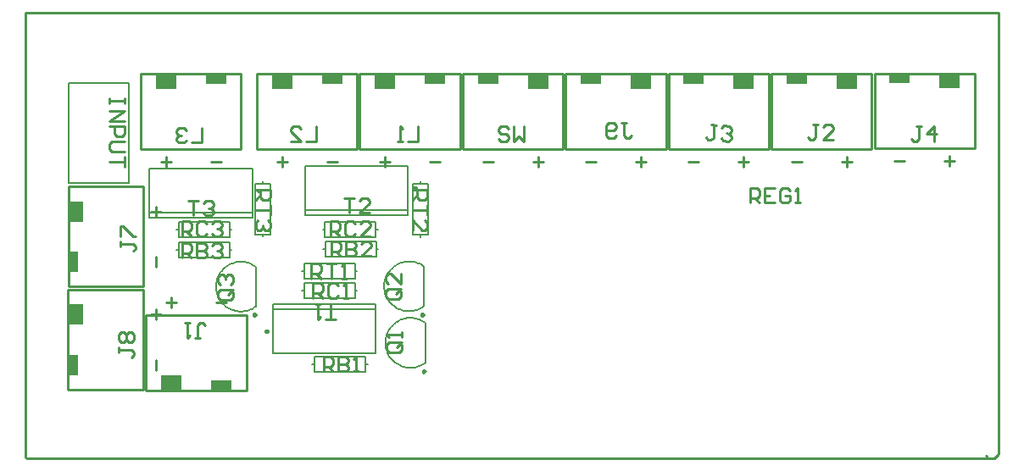
<source format=gto>
%FSTAX23Y23*%
%MOIN*%
%SFA1B1*%

%IPPOS*%
%ADD10C,0.009843*%
%ADD11C,0.007874*%
%ADD12C,0.010000*%
%ADD13R,0.078740X0.039370*%
%ADD14R,0.078740X0.059055*%
%ADD15R,0.059055X0.078740*%
%ADD16R,0.039370X0.078740*%
%ADD17R,0.078744X0.039370*%
%LNpcb1-1*%
%LPD*%
G54D10*
X04717Y01596D02*
D01*
X04717Y01596*
X04717Y01596*
X04717Y01597*
X04717Y01597*
X04717Y01597*
X04717Y01598*
X04716Y01598*
X04716Y01598*
X04716Y01598*
X04716Y01599*
X04716Y01599*
X04715Y01599*
X04715Y01599*
X04715Y016*
X04715Y016*
X04714Y016*
X04714Y016*
X04714Y016*
X04713Y016*
X04713Y016*
X04713Y016*
X04712Y016*
X04712*
X04712Y016*
X04711Y016*
X04711Y016*
X04711Y016*
X0471Y016*
X0471Y016*
X0471Y016*
X04709Y016*
X04709Y01599*
X04709Y01599*
X04709Y01599*
X04708Y01599*
X04708Y01598*
X04708Y01598*
X04708Y01598*
X04708Y01598*
X04708Y01597*
X04707Y01597*
X04707Y01597*
X04707Y01596*
X04707Y01596*
X04707Y01596*
X04707Y01595*
X04707Y01595*
X04707Y01594*
X04707Y01594*
X04708Y01594*
X04708Y01593*
X04708Y01593*
X04708Y01593*
X04708Y01593*
X04708Y01592*
X04709Y01592*
X04709Y01592*
X04709Y01592*
X04709Y01591*
X0471Y01591*
X0471Y01591*
X0471Y01591*
X04711Y01591*
X04711Y01591*
X04711Y01591*
X04712Y01591*
X04712Y01591*
X04712*
X04713Y01591*
X04713Y01591*
X04713Y01591*
X04714Y01591*
X04714Y01591*
X04714Y01591*
X04715Y01591*
X04715Y01591*
X04715Y01592*
X04715Y01592*
X04716Y01592*
X04716Y01592*
X04716Y01593*
X04716Y01593*
X04716Y01593*
X04717Y01593*
X04717Y01594*
X04717Y01594*
X04717Y01594*
X04717Y01595*
X04717Y01595*
X04717Y01596*
X05337Y01439D02*
D01*
X05337Y01439*
X05337Y0144*
X05336Y0144*
X05336Y0144*
X05336Y01441*
X05336Y01441*
X05336Y01441*
X05336Y01442*
X05336Y01442*
X05335Y01442*
X05335Y01443*
X05335Y01443*
X05335Y01443*
X05334Y01443*
X05334Y01443*
X05334Y01444*
X05333Y01444*
X05333Y01444*
X05333Y01444*
X05333Y01444*
X05332Y01444*
X05332Y01444*
X05331*
X05331Y01444*
X05331Y01444*
X0533Y01444*
X0533Y01444*
X0533Y01444*
X05329Y01444*
X05329Y01443*
X05329Y01443*
X05329Y01443*
X05328Y01443*
X05328Y01443*
X05328Y01442*
X05328Y01442*
X05327Y01442*
X05327Y01441*
X05327Y01441*
X05327Y01441*
X05327Y0144*
X05327Y0144*
X05327Y0144*
X05327Y01439*
X05327Y01439*
X05327Y01439*
X05327Y01438*
X05327Y01438*
X05327Y01438*
X05327Y01437*
X05327Y01437*
X05327Y01437*
X05327Y01436*
X05328Y01436*
X05328Y01436*
X05328Y01436*
X05328Y01435*
X05329Y01435*
X05329Y01435*
X05329Y01435*
X05329Y01435*
X0533Y01435*
X0533Y01434*
X0533Y01434*
X05331Y01434*
X05331Y01434*
X05331Y01434*
X05332*
X05332Y01434*
X05333Y01434*
X05333Y01434*
X05333Y01434*
X05333Y01435*
X05334Y01435*
X05334Y01435*
X05334Y01435*
X05335Y01435*
X05335Y01435*
X05335Y01436*
X05335Y01436*
X05336Y01436*
X05336Y01436*
X05336Y01437*
X05336Y01437*
X05336Y01437*
X05336Y01438*
X05336Y01438*
X05337Y01438*
X05337Y01439*
X05337Y01439*
X05301Y0216D02*
D01*
X05301Y0216*
X05301Y0216*
X05301Y02161*
X05301Y02161*
X053Y02161*
X053Y02162*
X053Y02162*
X053Y02162*
X053Y02162*
X053Y02163*
X05299Y02163*
X05299Y02163*
X05299Y02163*
X05299Y02164*
X05298Y02164*
X05298Y02164*
X05298Y02164*
X05297Y02164*
X05297Y02164*
X05297Y02164*
X05296Y02164*
X05296Y02164*
X05296*
X05295Y02164*
X05295Y02164*
X05295Y02164*
X05294Y02164*
X05294Y02164*
X05294Y02164*
X05293Y02164*
X05293Y02164*
X05293Y02163*
X05293Y02163*
X05292Y02163*
X05292Y02163*
X05292Y02162*
X05292Y02162*
X05292Y02162*
X05291Y02162*
X05291Y02161*
X05291Y02161*
X05291Y02161*
X05291Y0216*
X05291Y0216*
X05291Y0216*
X05291Y02159*
X05291Y02159*
X05291Y02158*
X05291Y02158*
X05291Y02158*
X05291Y02157*
X05292Y02157*
X05292Y02157*
X05292Y02157*
X05292Y02156*
X05292Y02156*
X05293Y02156*
X05293Y02156*
X05293Y02155*
X05293Y02155*
X05294Y02155*
X05294Y02155*
X05294Y02155*
X05295Y02155*
X05295Y02155*
X05295Y02155*
X05296Y02155*
X05296*
X05296Y02155*
X05297Y02155*
X05297Y02155*
X05297Y02155*
X05298Y02155*
X05298Y02155*
X05298Y02155*
X05299Y02155*
X05299Y02156*
X05299Y02156*
X05299Y02156*
X053Y02156*
X053Y02157*
X053Y02157*
X053Y02157*
X053Y02157*
X053Y02158*
X05301Y02158*
X05301Y02158*
X05301Y02159*
X05301Y02159*
X05301Y0216*
X05332Y01661D02*
D01*
X05332Y01661*
X05332Y01662*
X05331Y01662*
X05331Y01662*
X05331Y01663*
X05331Y01663*
X05331Y01663*
X05331Y01664*
X05331Y01664*
X0533Y01664*
X0533Y01665*
X0533Y01665*
X0533Y01665*
X05329Y01665*
X05329Y01665*
X05329Y01666*
X05328Y01666*
X05328Y01666*
X05328Y01666*
X05328Y01666*
X05327Y01666*
X05327Y01666*
X05326*
X05326Y01666*
X05326Y01666*
X05325Y01666*
X05325Y01666*
X05325Y01666*
X05324Y01666*
X05324Y01665*
X05324Y01665*
X05324Y01665*
X05323Y01665*
X05323Y01665*
X05323Y01664*
X05323Y01664*
X05322Y01664*
X05322Y01663*
X05322Y01663*
X05322Y01663*
X05322Y01662*
X05322Y01662*
X05322Y01662*
X05322Y01661*
X05322Y01661*
X05322Y01661*
X05322Y0166*
X05322Y0166*
X05322Y0166*
X05322Y01659*
X05322Y01659*
X05322Y01659*
X05322Y01658*
X05323Y01658*
X05323Y01658*
X05323Y01658*
X05323Y01657*
X05324Y01657*
X05324Y01657*
X05324Y01657*
X05324Y01657*
X05325Y01657*
X05325Y01656*
X05325Y01656*
X05326Y01656*
X05326Y01656*
X05326Y01656*
X05327*
X05327Y01656*
X05328Y01656*
X05328Y01656*
X05328Y01656*
X05328Y01657*
X05329Y01657*
X05329Y01657*
X05329Y01657*
X0533Y01657*
X0533Y01657*
X0533Y01658*
X0533Y01658*
X05331Y01658*
X05331Y01658*
X05331Y01659*
X05331Y01659*
X05331Y01659*
X05331Y0166*
X05331Y0166*
X05332Y0166*
X05332Y01661*
X05332Y01661*
X04689Y0215D02*
D01*
X04689Y0215*
X04689Y0215*
X04689Y02151*
X04689Y02151*
X04688Y02151*
X04688Y02152*
X04688Y02152*
X04688Y02152*
X04688Y02152*
X04688Y02153*
X04687Y02153*
X04687Y02153*
X04687Y02153*
X04687Y02154*
X04686Y02154*
X04686Y02154*
X04686Y02154*
X04685Y02154*
X04685Y02154*
X04685Y02154*
X04684Y02154*
X04684Y02154*
X04684*
X04683Y02154*
X04683Y02154*
X04683Y02154*
X04682Y02154*
X04682Y02154*
X04682Y02154*
X04681Y02154*
X04681Y02154*
X04681Y02153*
X04681Y02153*
X0468Y02153*
X0468Y02153*
X0468Y02152*
X0468Y02152*
X0468Y02152*
X04679Y02152*
X04679Y02151*
X04679Y02151*
X04679Y02151*
X04679Y0215*
X04679Y0215*
X04679Y0215*
X04679Y02149*
X04679Y02149*
X04679Y02148*
X04679Y02148*
X04679Y02148*
X04679Y02147*
X0468Y02147*
X0468Y02147*
X0468Y02147*
X0468Y02146*
X0468Y02146*
X04681Y02146*
X04681Y02146*
X04681Y02145*
X04681Y02145*
X04682Y02145*
X04682Y02145*
X04682Y02145*
X04683Y02145*
X04683Y02145*
X04683Y02145*
X04684Y02145*
X04684*
X04684Y02145*
X04685Y02145*
X04685Y02145*
X04685Y02145*
X04686Y02145*
X04686Y02145*
X04686Y02145*
X04687Y02145*
X04687Y02146*
X04687Y02146*
X04687Y02146*
X04688Y02146*
X04688Y02147*
X04688Y02147*
X04688Y02147*
X04688Y02147*
X04688Y02148*
X04689Y02148*
X04689Y02148*
X04689Y02149*
X04689Y02149*
X04689Y0215*
X04671Y0166D02*
D01*
X04671Y01661*
X04671Y01661*
X0467Y01661*
X0467Y01662*
X0467Y01662*
X0467Y01662*
X0467Y01663*
X0467Y01663*
X0467Y01663*
X04669Y01663*
X04669Y01664*
X04669Y01664*
X04669Y01664*
X04668Y01664*
X04668Y01664*
X04668Y01665*
X04667Y01665*
X04667Y01665*
X04667Y01665*
X04667Y01665*
X04666Y01665*
X04666Y01665*
X04665*
X04665Y01665*
X04665Y01665*
X04664Y01665*
X04664Y01665*
X04664Y01665*
X04663Y01665*
X04663Y01664*
X04663Y01664*
X04663Y01664*
X04662Y01664*
X04662Y01664*
X04662Y01663*
X04662Y01663*
X04661Y01663*
X04661Y01663*
X04661Y01662*
X04661Y01662*
X04661Y01662*
X04661Y01661*
X04661Y01661*
X04661Y01661*
X04661Y0166*
X04661Y0166*
X04661Y0166*
X04661Y01659*
X04661Y01659*
X04661Y01659*
X04661Y01658*
X04661Y01658*
X04661Y01658*
X04662Y01657*
X04662Y01657*
X04662Y01657*
X04662Y01657*
X04663Y01656*
X04663Y01656*
X04663Y01656*
X04663Y01656*
X04664Y01656*
X04664Y01656*
X04664Y01655*
X04665Y01655*
X04665Y01655*
X04665Y01655*
X04666*
X04666Y01655*
X04667Y01655*
X04667Y01655*
X04667Y01656*
X04667Y01656*
X04668Y01656*
X04668Y01656*
X04668Y01656*
X04669Y01656*
X04669Y01657*
X04669Y01657*
X04669Y01657*
X0467Y01657*
X0467Y01658*
X0467Y01658*
X0467Y01658*
X0467Y01659*
X0467Y01659*
X0467Y01659*
X04671Y0166*
X04671Y0166*
X04671Y0166*
G54D11*
X05338Y01628D02*
D01*
X05332Y01632*
X05326Y01636*
X0532Y01639*
X05314Y01642*
X05307Y01644*
X05301Y01646*
X05294Y01647*
X05287Y01648*
X0528Y01648*
X05274Y01648*
X05267Y01648*
X0526Y01647*
X05253Y01645*
X05247Y01643*
X05241Y01641*
X05234Y01638*
X05228Y01634*
X05223Y01631*
X05217Y01627*
X05212Y01622*
X05207Y01617*
X05203Y01612*
X05199Y01607*
X05195Y01601*
X05191Y01595*
X05189Y01589*
X05186Y01583*
X05184Y01576*
X05183Y01569*
X05181Y01563*
X05181Y01556*
X05181Y01549*
X05181Y01542*
X05182Y01535*
X05183Y01529*
X05185Y01522*
X05187Y01516*
X0519Y01509*
X05193Y01503*
X05196Y01497*
X052Y01492*
X05205Y01487*
X05209Y01482*
X05214Y01477*
X05219Y01473*
X05225Y01469*
X05231Y01465*
X05237Y01462*
X05243Y01459*
X0525Y01457*
X05256Y01455*
X05263Y01454*
X0527Y01453*
X05277Y01453*
X05283Y01453*
X0529Y01453*
X05297Y01454*
X05304Y01456*
X0531Y01458*
X05316Y0146*
X05323Y01463*
X05329Y01467*
X05334Y0147*
X05338Y01473*
X05333Y0185D02*
D01*
X05327Y01854*
X05321Y01858*
X05315Y01861*
X05309Y01864*
X05302Y01866*
X05296Y01868*
X05289Y01869*
X05282Y0187*
X05275Y0187*
X05269Y0187*
X05262Y0187*
X05255Y01869*
X05248Y01867*
X05242Y01865*
X05236Y01863*
X05229Y0186*
X05223Y01856*
X05218Y01853*
X05212Y01849*
X05207Y01844*
X05202Y01839*
X05198Y01834*
X05194Y01829*
X0519Y01823*
X05186Y01817*
X05184Y01811*
X05181Y01805*
X05179Y01798*
X05178Y01791*
X05176Y01785*
X05176Y01778*
X05176Y01771*
X05176Y01764*
X05177Y01757*
X05178Y01751*
X0518Y01744*
X05182Y01738*
X05185Y01731*
X05188Y01725*
X05191Y01719*
X05195Y01714*
X052Y01709*
X05204Y01704*
X05209Y01699*
X05214Y01695*
X0522Y01691*
X05226Y01687*
X05232Y01684*
X05238Y01681*
X05245Y01679*
X05251Y01677*
X05258Y01676*
X05265Y01675*
X05272Y01675*
X05278Y01675*
X05285Y01675*
X05292Y01676*
X05299Y01678*
X05305Y0168*
X05311Y01682*
X05318Y01685*
X05324Y01689*
X05329Y01692*
X05333Y01695*
X04672Y0185D02*
D01*
X04666Y01854*
X0466Y01857*
X04654Y0186*
X04648Y01863*
X04641Y01865*
X04635Y01867*
X04628Y01868*
X04621Y01869*
X04614Y01869*
X04608Y01869*
X04601Y01869*
X04594Y01868*
X04587Y01866*
X04581Y01864*
X04575Y01862*
X04568Y01859*
X04562Y01856*
X04557Y01852*
X04551Y01848*
X04546Y01843*
X04541Y01839*
X04537Y01833*
X04533Y01828*
X04529Y01822*
X04525Y01816*
X04523Y0181*
X0452Y01804*
X04518Y01797*
X04517Y01791*
X04515Y01784*
X04515Y01777*
X04515Y0177*
X04515Y01763*
X04516Y01757*
X04517Y0175*
X04519Y01743*
X04521Y01737*
X04524Y01731*
X04527Y01724*
X0453Y01719*
X04534Y01713*
X04539Y01708*
X04543Y01703*
X04548Y01698*
X04553Y01694*
X04559Y0169*
X04565Y01686*
X04571Y01683*
X04577Y0168*
X04584Y01678*
X0459Y01676*
X04597Y01675*
X04604Y01674*
X04611Y01674*
X04617Y01674*
X04624Y01675*
X04631Y01676*
X04638Y01677*
X04644Y01679*
X0465Y01682*
X04657Y01684*
X04663Y01688*
X04668Y01691*
X04672Y01694*
X04861Y01726D02*
Y01756D01*
Y01726D02*
X05061D01*
Y01786*
X04861D02*
X05061D01*
X04861Y01756D02*
Y01786D01*
X05061Y01756D02*
X0507D01*
X04852D02*
X04861D01*
Y01804D02*
Y01834D01*
Y01804D02*
X05061D01*
Y01864*
X04861D02*
X05061D01*
X04861Y01834D02*
Y01864D01*
X05061Y01834D02*
X0507D01*
X04852D02*
X04861D01*
X04738Y01682D02*
X05143D01*
X04738Y01702D02*
X05143D01*
X04738Y01509D02*
X05143D01*
Y01702*
X04738Y01509D02*
Y01702D01*
X05102Y01466D02*
Y01496D01*
X04902D02*
X05102D01*
X04902Y01436D02*
Y01496D01*
Y01436D02*
X05102D01*
Y01466*
X04893D02*
X04902D01*
X05102D02*
X05111D01*
X05338Y01473D02*
Y01628D01*
X03935Y02573D02*
X04171D01*
X03935Y0218D02*
Y02573D01*
Y0218D02*
X04171D01*
Y02573*
X04943Y01967D02*
Y01997D01*
Y01967D02*
X05143D01*
Y02027*
X04943D02*
X05143D01*
X04943Y01997D02*
Y02027D01*
X05143Y01997D02*
X05152D01*
X04934D02*
X04943D01*
X05287Y02176D02*
X05317D01*
X05287Y01976D02*
Y02176D01*
Y01976D02*
X05347D01*
Y02176*
X05317D02*
X05347D01*
X05317Y01967D02*
Y01976D01*
Y02176D02*
Y02185D01*
X04865Y02073D02*
X0527D01*
X04865Y02053D02*
X0527D01*
X04865Y02246D02*
X0527D01*
X04865Y02053D02*
Y02246D01*
X0527Y02053D02*
Y02246D01*
X05144Y01918D02*
Y01948D01*
X04944D02*
X05144D01*
X04944Y01888D02*
Y01948D01*
Y01888D02*
X05144D01*
Y01918*
X04935D02*
X04944D01*
X05144D02*
X05153D01*
X05333Y01695D02*
Y0185D01*
X04367Y01967D02*
Y01997D01*
Y01967D02*
X04567D01*
Y02027*
X04367D02*
X04567D01*
X04367Y01997D02*
Y02027D01*
X04567Y01997D02*
X04576D01*
X04358D02*
X04367D01*
X04669Y02177D02*
X04699D01*
X04669Y01977D02*
Y02177D01*
Y01977D02*
X04729D01*
Y02177*
X04699D02*
X04729D01*
X04699Y01968D02*
Y01977D01*
Y02177D02*
Y02186D01*
X04253Y02063D02*
X04658D01*
X04253Y02043D02*
X04658D01*
X04253Y02236D02*
X04658D01*
X04253Y02043D02*
Y02236D01*
X04658Y02043D02*
Y02236D01*
X04567Y01917D02*
Y01947D01*
X04367D02*
X04567D01*
X04367Y01887D02*
Y01947D01*
Y01887D02*
X04567D01*
Y01917*
X04358D02*
X04367D01*
X04567D02*
X04576D01*
X04672Y01694D02*
Y0185D01*
G54D12*
X05474Y02314D02*
Y02609D01*
X0508Y02314D02*
Y02609D01*
Y02314D02*
X05474D01*
X0508Y02609D02*
X05474D01*
X05069Y02314D02*
Y02609D01*
X04675Y02314D02*
Y02609D01*
Y02314D02*
X05069D01*
X04675Y02609D02*
X05069D01*
X04613Y02314D02*
Y02609D01*
X04219Y02314D02*
Y02609D01*
Y02314D02*
X04613D01*
X04219Y02609D02*
X04613D01*
X03933Y01366D02*
Y01759D01*
X04228Y01366D02*
Y01759D01*
X03933D02*
X04228D01*
X03933Y01366D02*
X04228D01*
X03934Y01772D02*
X04229D01*
X03934Y02165D02*
X04229D01*
Y01772D02*
Y02165D01*
X03934Y01772D02*
Y02165D01*
X04634Y01364D02*
Y01659D01*
X0424Y01364D02*
Y01659D01*
X04634*
X0424Y01364D02*
X04634D01*
X0589Y02314D02*
Y02609D01*
X06284Y02314D02*
Y02609D01*
X0589Y02314D02*
X06284D01*
X0589Y02609D02*
X06284D01*
X06295Y02313D02*
Y02608D01*
X06688Y02313D02*
Y02608D01*
X06295Y02313D02*
X06688D01*
X06295Y02608D02*
X06688D01*
X067Y02314D02*
Y02609D01*
X07093Y02314D02*
Y02609D01*
X067Y02314D02*
X07093D01*
X067Y02609D02*
X07093D01*
X07105Y02315D02*
Y0261D01*
X07498Y02315D02*
Y0261D01*
X07105Y02315D02*
X07498D01*
X07105Y0261D02*
X07498D01*
X05486Y02314D02*
Y02609D01*
X05879Y02314D02*
Y02609D01*
X05486Y02314D02*
X05879D01*
X05486Y02609D02*
X05879D01*
X05356Y02264D02*
X05396D01*
X05159D02*
X05199D01*
X05179Y02244D02*
Y02284D01*
X04951Y02264D02*
X04991D01*
X04754D02*
X04794D01*
X04774Y02244D02*
Y02284D01*
X04495Y02264D02*
X04535D01*
X04298D02*
X04338D01*
X04318Y02244D02*
Y02284D01*
X04278Y01681D02*
Y01641D01*
X04298Y01661D02*
X04258D01*
X04278Y01484D02*
Y01444D01*
X04279Y0189D02*
Y0185D01*
Y02087D02*
Y02047D01*
X04299Y02067D02*
X04259D01*
X04516Y01709D02*
X04556D01*
X04319D02*
X04359D01*
X04339Y01729D02*
Y01689D01*
X06008Y02264D02*
X05968D01*
X06205D02*
X06165D01*
X06185Y02244D02*
Y02284D01*
X06413Y02263D02*
X06373D01*
X0661D02*
X0657D01*
X0659Y02243D02*
Y02283D01*
X06818Y02264D02*
X06778D01*
X07015D02*
X06975D01*
X06995Y02244D02*
Y02284D01*
X07223Y02265D02*
X07183D01*
X0742D02*
X0738D01*
X074Y02245D02*
Y02285D01*
X05604Y02264D02*
X05564D01*
X05801D02*
X05761D01*
X05781Y02244D02*
Y02284D01*
X0446Y02397D02*
Y02338D01*
X0442*
X044Y02387D02*
X0439Y02397D01*
X0437*
X0436Y02387*
Y02377*
X0437Y02367*
X0438*
X0437*
X0436Y02357*
Y02347*
X0437Y02338*
X0439*
X044Y02347*
X04909Y02401D02*
Y02342D01*
X04869*
X04809D02*
X04849D01*
X04809Y02381*
Y02391*
X04819Y02401*
X04839*
X04849Y02391*
X0531Y02401D02*
Y02342D01*
X0527*
X0525D02*
X0523D01*
X0524*
Y02401*
X0525Y02391*
X04406Y0211D02*
X04445D01*
X04425*
Y02051*
X04465Y021D02*
X04475Y0211D01*
X04495*
X04505Y021*
Y0209*
X04495Y0208*
X04485*
X04495*
X04505Y0207*
Y0206*
X04495Y02051*
X04475*
X04465Y0206*
X05018Y0212D02*
X05057D01*
X05037*
Y02061*
X05117D02*
X05077D01*
X05117Y021*
Y0211*
X05107Y0212*
X05087*
X05077Y0211*
X04986Y01641D02*
X04946D01*
X04966*
Y01701*
X04926D02*
X04906D01*
X04916*
Y01641*
X04926Y01651*
X04381Y0197D02*
Y02029D01*
X0441*
X0442Y02019*
Y01999*
X0441Y01989*
X04381*
X044D02*
X0442Y0197D01*
X0448Y02019D02*
X0447Y02029D01*
X0445*
X0444Y02019*
Y01979*
X0445Y0197*
X0447*
X0448Y01979*
X045Y02019D02*
X0451Y02029D01*
X0453*
X0454Y02019*
Y02009*
X0453Y01999*
X0452*
X0453*
X0454Y01989*
Y01979*
X0453Y0197*
X0451*
X045Y01979*
X04964Y01969D02*
Y02028D01*
X04993*
X05003Y02018*
Y01998*
X04993Y01988*
X04964*
X04983D02*
X05003Y01969D01*
X05063Y02018D02*
X05053Y02028D01*
X05033*
X05023Y02018*
Y01978*
X05033Y01969*
X05053*
X05063Y01978*
X05123Y01969D02*
X05083D01*
X05123Y02008*
Y02018*
X05113Y02028*
X05093*
X05083Y02018*
X04896Y01727D02*
Y01786D01*
X04925*
X04935Y01776*
Y01756*
X04925Y01746*
X04896*
X04915D02*
X04935Y01727D01*
X04995Y01776D02*
X04985Y01786D01*
X04965*
X04955Y01776*
Y01736*
X04965Y01727*
X04985*
X04995Y01736*
X05015Y01727D02*
X05035D01*
X05025*
Y01786*
X05015Y01776*
X04671Y02154D02*
X0473D01*
Y02124*
X0472Y02114*
X047*
X0469Y02124*
Y02154*
Y02134D02*
X04671Y02114D01*
X0473Y02094D02*
Y02054D01*
Y02074*
X04671*
X0472Y02034D02*
X0473Y02024D01*
Y02004*
X0472Y01994*
X0471*
X047Y02004*
Y02014*
Y02004*
X0469Y01994*
X0468*
X04671Y02004*
Y02024*
X0468Y02034*
X05287Y02153D02*
X05346D01*
Y02123*
X05336Y02113*
X05316*
X05306Y02123*
Y02153*
Y02133D02*
X05287Y02113D01*
X05346Y02093D02*
Y02053D01*
Y02073*
X05287*
Y01993D02*
Y02033D01*
X05326Y01993*
X05336*
X05346Y02003*
Y02023*
X05336Y02033*
X04889Y01803D02*
Y01862D01*
X04918*
X04928Y01852*
Y01832*
X04918Y01822*
X04889*
X04908D02*
X04928Y01803D01*
X04948Y01862D02*
X04988D01*
X04968*
Y01803*
X05008D02*
X05028D01*
X05018*
Y01862*
X05008Y01852*
X04381Y01885D02*
Y01944D01*
X0441*
X0442Y01934*
Y01914*
X0441Y01904*
X04381*
X044D02*
X0442Y01885D01*
X0444Y01944D02*
Y01885D01*
X0447*
X0448Y01894*
Y01904*
X0447Y01914*
X0444*
X0447*
X0448Y01924*
Y01934*
X0447Y01944*
X0444*
X045Y01934D02*
X0451Y01944D01*
X0453*
X0454Y01934*
Y01924*
X0453Y01914*
X0452*
X0453*
X0454Y01904*
Y01894*
X0453Y01885*
X0451*
X045Y01894*
X04967Y01891D02*
Y0195D01*
X04996*
X05006Y0194*
Y0192*
X04996Y0191*
X04967*
X04986D02*
X05006Y01891D01*
X05026Y0195D02*
Y01891D01*
X05056*
X05066Y019*
Y0191*
X05056Y0192*
X05026*
X05056*
X05066Y0193*
Y0194*
X05056Y0195*
X05026*
X05126Y01891D02*
X05086D01*
X05126Y0193*
Y0194*
X05116Y0195*
X05096*
X05086Y0194*
X04937Y01438D02*
Y01497D01*
X04966*
X04976Y01487*
Y01467*
X04966Y01457*
X04937*
X04956D02*
X04976Y01438D01*
X04996Y01497D02*
Y01438D01*
X05026*
X05036Y01447*
Y01457*
X05026Y01467*
X04996*
X05026*
X05036Y01477*
Y01487*
X05026Y01497*
X04996*
X05056Y01438D02*
X05076D01*
X05066*
Y01497*
X05056Y01487*
X04572Y0176D02*
X04532D01*
X04522Y0175*
Y0173*
X04532Y0172*
X04572*
X04582Y0173*
Y0175*
X04562Y0174D02*
X04582Y0176D01*
Y0175D02*
X04572Y0176D01*
X04532Y0178D02*
X04522Y0179D01*
Y0181*
X04532Y0182*
X04542*
X04552Y0181*
Y018*
Y0181*
X04562Y0182*
X04572*
X04582Y0181*
Y0179*
X04572Y0178*
X05232Y01761D02*
X05192D01*
X05182Y01751*
Y01731*
X05192Y01722*
X05232*
X05242Y01731*
Y01751*
X05222Y01741D02*
X05242Y01761D01*
Y01751D02*
X05232Y01761D01*
X05242Y01821D02*
Y01781D01*
X05202Y01821*
X05192*
X05182Y01811*
Y01791*
X05192Y01781*
X05235Y01553D02*
X05195D01*
X05185Y01543*
Y01523*
X05195Y01514*
X05235*
X05245Y01523*
Y01543*
X05225Y01533D02*
X05245Y01553D01*
Y01543D02*
X05235Y01553D01*
X05245Y01573D02*
Y01593D01*
Y01583*
X05185*
X05195Y01573*
X04154Y02511D02*
Y02491D01*
Y02501*
X04095*
Y02511*
Y02491*
Y02461D02*
X04154D01*
X04095Y02421*
X04154*
X04095Y02401D02*
X04154D01*
Y02371*
X04144Y02361*
X04124*
X04114Y02371*
Y02401*
X04154Y02341D02*
X04104D01*
X04095Y02331*
Y02311*
X04104Y02301*
X04154*
Y02281D02*
Y02241D01*
Y02261*
X04095*
X06614Y02101D02*
Y0216D01*
X06643*
X06653Y0215*
Y0213*
X06643Y0212*
X06614*
X06633D02*
X06653Y02101D01*
X06713Y0216D02*
X06673D01*
Y02101*
X06713*
X06673Y0213D02*
X06693D01*
X06773Y0215D02*
X06763Y0216D01*
X06743*
X06733Y0215*
Y0211*
X06743Y02101*
X06763*
X06773Y0211*
Y0213*
X06753*
X06793Y02101D02*
X06813D01*
X06803*
Y0216*
X06793Y0215*
X06107Y02415D02*
X06127D01*
X06117*
Y02365*
X06127Y02356*
X06137*
X06147Y02365*
X06087D02*
X06077Y02356D01*
X06057*
X06047Y02365*
Y02405*
X06057Y02415*
X06077*
X06087Y02405*
Y02395*
X06077Y02385*
X06047*
X06483Y02407D02*
X06463Y02408D01*
X06473Y02407*
X06471Y02357*
X0646Y02348*
X0645Y02348*
X06441Y02358*
X06503Y02396D02*
X06513Y02405D01*
X06533Y02404*
X06543Y02394*
X06542Y02384*
X06532Y02374*
X06522Y02375*
X06532Y02374*
X06541Y02364*
X06541Y02354*
X0653Y02344*
X0651Y02345*
X06501Y02356*
X06881Y02408D02*
X06861D01*
X06871*
Y02358*
X06861Y02349*
X06851*
X06842Y02358*
X06941Y02349D02*
X06901D01*
X06941Y02388*
Y02398*
X06931Y02408*
X06911*
X06901Y02398*
X04133Y01532D02*
Y01512D01*
Y01522*
X04183*
X04193Y01512*
Y01502*
X04183Y01493*
X04143Y01552D02*
X04133Y01562D01*
Y01582*
X04143Y01592*
X04153*
X04163Y01582*
X04173Y01592*
X04183*
X04193Y01582*
Y01562*
X04183Y01552*
X04173*
X04163Y01562*
X04153Y01552*
X04143*
X04163Y01562D02*
Y01582D01*
X04139Y0195D02*
Y0193D01*
Y0194*
X04189*
X04199Y0193*
Y0192*
X04189Y01911*
X04139Y0197D02*
Y0201D01*
X04149*
X04189Y0197*
X04199*
X05665Y02393D02*
X05655Y02403D01*
X05635*
X05626Y02393*
Y02383*
X05635Y02373*
X05655*
X05665Y02363*
Y02353*
X05655Y02344*
X05635*
X05626Y02353*
X05685Y02403D02*
Y02344D01*
X05705Y02363*
X05725Y02344*
Y02403*
X07288D02*
X07268D01*
X07278*
Y02353*
X07268Y02344*
X07258*
X07249Y02353*
X07338Y02344D02*
Y02403D01*
X07308Y02373*
X07348*
X04432Y0157D02*
X04452D01*
X04442*
Y0162*
X04452Y0163*
X04462*
X04472Y0162*
X04412Y0163D02*
X04392D01*
X04402*
Y0157*
X04412Y0158*
X03766Y0285D02*
X0759D01*
X07591Y02849*
Y01111D02*
Y02849D01*
X07575Y01095D02*
X07591Y01111D01*
X03771Y01095D02*
X07575D01*
X03766Y011D02*
X03771Y01095D01*
X03766Y011D02*
Y0285D01*
X07541Y01106D02*
X07547Y011D01*
G54D13*
X05376Y0259D03*
X04971D03*
X04515D03*
X04535Y01383D03*
X05989Y0259D03*
G54D14*
X05179Y0258D03*
X04774D03*
X04318D03*
X04339Y01393D03*
X06186Y0258D03*
X0659Y02579D03*
X06995Y0258D03*
X074Y02581D03*
X05781Y0258D03*
G54D15*
X03962Y01661D03*
X03963Y02067D03*
G54D16*
X03952Y01464D03*
X03953Y0187D03*
G54D17*
X06393Y02589D03*
X06798Y0259D03*
X07203Y02591D03*
X05584Y0259D03*
M02*
</source>
